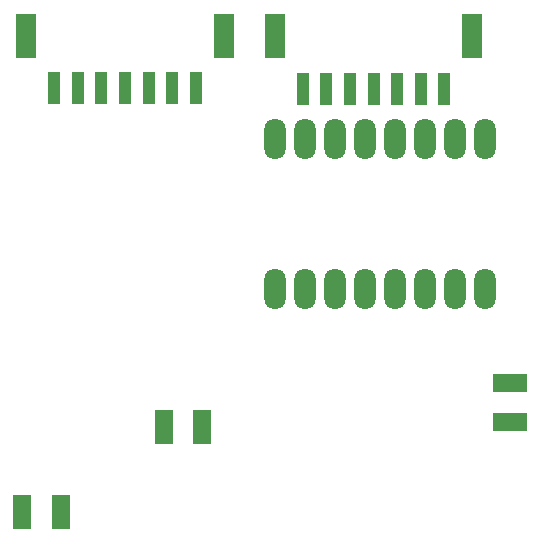
<source format=gbr>
G04 #@! TF.GenerationSoftware,KiCad,Pcbnew,(5.1.8)-1*
G04 #@! TF.CreationDate,2021-03-01T12:43:22-08:00*
G04 #@! TF.ProjectId,UAS,5541532e-6b69-4636-9164-5f7063625858,1*
G04 #@! TF.SameCoordinates,Original*
G04 #@! TF.FileFunction,Paste,Top*
G04 #@! TF.FilePolarity,Positive*
%FSLAX46Y46*%
G04 Gerber Fmt 4.6, Leading zero omitted, Abs format (unit mm)*
G04 Created by KiCad (PCBNEW (5.1.8)-1) date 2021-03-01 12:43:22*
%MOMM*%
%LPD*%
G01*
G04 APERTURE LIST*
%ADD10R,3.000000X1.500000*%
%ADD11R,1.500000X3.000000*%
%ADD12R,1.000000X2.700000*%
%ADD13R,1.800000X3.800000*%
%ADD14O,1.800000X3.500000*%
G04 APERTURE END LIST*
D10*
X166550000Y-111100000D03*
D11*
X140500000Y-111550000D03*
D10*
X166550000Y-107850000D03*
D11*
X137250000Y-111550000D03*
D12*
X133950000Y-82850000D03*
X131950000Y-82850000D03*
X135950000Y-82850000D03*
X137950000Y-82850000D03*
X129950000Y-82850000D03*
X127950000Y-82850000D03*
X139950000Y-82850000D03*
D13*
X142300000Y-78400000D03*
X125600000Y-78400000D03*
D14*
X164470000Y-87150000D03*
X161930000Y-87150000D03*
X159390000Y-87150000D03*
X156850000Y-87150000D03*
X154310000Y-87150000D03*
X151770000Y-87150000D03*
X149230000Y-87150000D03*
X146690000Y-87150000D03*
X164470000Y-99850000D03*
X161930000Y-99850000D03*
X159390000Y-99850000D03*
X156850000Y-99850000D03*
X154310000Y-99850000D03*
X151770000Y-99850000D03*
X149230000Y-99850000D03*
X146690000Y-99850000D03*
D11*
X128500000Y-118750000D03*
X125210000Y-118760000D03*
D12*
X155000000Y-82900000D03*
X153000000Y-82900000D03*
X157000000Y-82900000D03*
X159000000Y-82900000D03*
X151000000Y-82900000D03*
X149000000Y-82900000D03*
X161000000Y-82900000D03*
D13*
X163350000Y-78450000D03*
X146650000Y-78450000D03*
M02*

</source>
